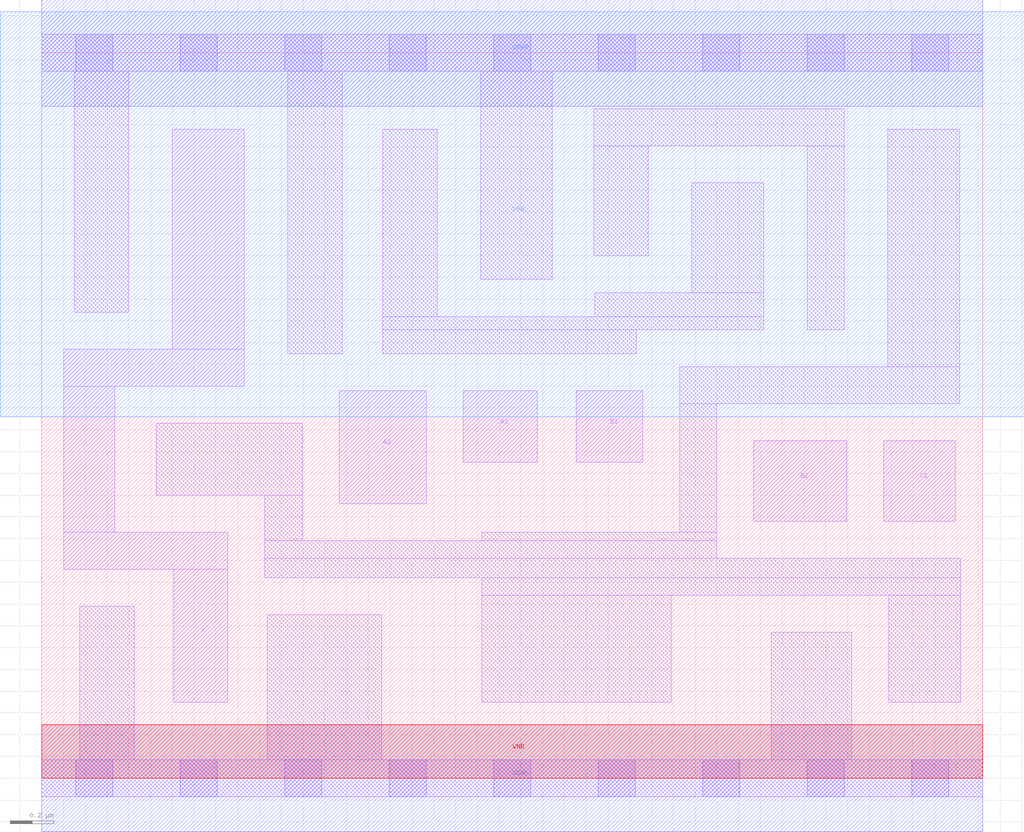
<source format=lef>
# Copyright 2020 The SkyWater PDK Authors
#
# Licensed under the Apache License, Version 2.0 (the "License");
# you may not use this file except in compliance with the License.
# You may obtain a copy of the License at
#
#     https://www.apache.org/licenses/LICENSE-2.0
#
# Unless required by applicable law or agreed to in writing, software
# distributed under the License is distributed on an "AS IS" BASIS,
# WITHOUT WARRANTIES OR CONDITIONS OF ANY KIND, either express or implied.
# See the License for the specific language governing permissions and
# limitations under the License.
#
# SPDX-License-Identifier: Apache-2.0

VERSION 5.7 ;
  NOWIREEXTENSIONATPIN ON ;
  DIVIDERCHAR "/" ;
  BUSBITCHARS "[]" ;
MACRO sky130_fd_sc_hs__a221o_2
  CLASS CORE ;
  FOREIGN sky130_fd_sc_hs__a221o_2 ;
  ORIGIN  0.000000  0.000000 ;
  SIZE  4.320000 BY  3.330000 ;
  SYMMETRY X Y ;
  SITE unit ;
  PIN A1
    ANTENNAGATEAREA  0.261000 ;
    DIRECTION INPUT ;
    USE SIGNAL ;
    PORT
      LAYER li1 ;
        RECT 1.935000 1.450000 2.275000 1.780000 ;
    END
  END A1
  PIN A2
    ANTENNAGATEAREA  0.261000 ;
    DIRECTION INPUT ;
    USE SIGNAL ;
    PORT
      LAYER li1 ;
        RECT 1.365000 1.260000 1.765000 1.780000 ;
    END
  END A2
  PIN B1
    ANTENNAGATEAREA  0.261000 ;
    DIRECTION INPUT ;
    USE SIGNAL ;
    PORT
      LAYER li1 ;
        RECT 2.455000 1.450000 2.760000 1.780000 ;
    END
  END B1
  PIN B2
    ANTENNAGATEAREA  0.261000 ;
    DIRECTION INPUT ;
    USE SIGNAL ;
    PORT
      LAYER li1 ;
        RECT 3.270000 1.180000 3.695000 1.550000 ;
    END
  END B2
  PIN C1
    ANTENNAGATEAREA  0.261000 ;
    DIRECTION INPUT ;
    USE SIGNAL ;
    PORT
      LAYER li1 ;
        RECT 3.865000 1.180000 4.195000 1.550000 ;
    END
  END C1
  PIN X
    ANTENNADIFFAREA  0.543200 ;
    DIRECTION OUTPUT ;
    USE SIGNAL ;
    PORT
      LAYER li1 ;
        RECT 0.100000 0.960000 0.855000 1.130000 ;
        RECT 0.100000 1.130000 0.335000 1.800000 ;
        RECT 0.100000 1.800000 0.930000 1.970000 ;
        RECT 0.600000 1.970000 0.930000 2.980000 ;
        RECT 0.605000 0.350000 0.855000 0.960000 ;
    END
  END X
  PIN VGND
    DIRECTION INOUT ;
    USE GROUND ;
    PORT
      LAYER met1 ;
        RECT 0.000000 -0.245000 4.320000 0.245000 ;
    END
  END VGND
  PIN VNB
    DIRECTION INOUT ;
    USE GROUND ;
    PORT
      LAYER pwell ;
        RECT 0.000000 0.000000 4.320000 0.245000 ;
    END
  END VNB
  PIN VPB
    DIRECTION INOUT ;
    USE POWER ;
    PORT
      LAYER nwell ;
        RECT -0.190000 1.660000 4.510000 3.520000 ;
    END
  END VPB
  PIN VPWR
    DIRECTION INOUT ;
    USE POWER ;
    PORT
      LAYER met1 ;
        RECT 0.000000 3.085000 4.320000 3.575000 ;
    END
  END VPWR
  OBS
    LAYER li1 ;
      RECT 0.000000 -0.085000 4.320000 0.085000 ;
      RECT 0.000000  3.245000 4.320000 3.415000 ;
      RECT 0.150000  2.140000 0.400000 3.245000 ;
      RECT 0.175000  0.085000 0.425000 0.790000 ;
      RECT 0.525000  1.300000 1.195000 1.630000 ;
      RECT 1.025000  0.920000 4.220000 1.010000 ;
      RECT 1.025000  1.010000 3.100000 1.090000 ;
      RECT 1.025000  1.090000 1.195000 1.300000 ;
      RECT 1.035000  0.085000 1.560000 0.750000 ;
      RECT 1.130000  1.950000 1.380000 3.245000 ;
      RECT 1.565000  1.950000 2.730000 2.060000 ;
      RECT 1.565000  2.060000 3.315000 2.120000 ;
      RECT 1.565000  2.120000 1.815000 2.980000 ;
      RECT 2.015000  2.290000 2.345000 3.245000 ;
      RECT 2.020000  0.350000 2.890000 0.840000 ;
      RECT 2.020000  0.840000 4.220000 0.920000 ;
      RECT 2.020000  1.090000 3.100000 1.130000 ;
      RECT 2.535000  2.400000 2.785000 2.905000 ;
      RECT 2.535000  2.905000 3.685000 3.075000 ;
      RECT 2.540000  2.120000 3.315000 2.230000 ;
      RECT 2.930000  1.130000 3.100000 1.720000 ;
      RECT 2.930000  1.720000 4.215000 1.890000 ;
      RECT 2.985000  2.230000 3.315000 2.735000 ;
      RECT 3.350000  0.085000 3.720000 0.670000 ;
      RECT 3.515000  2.060000 3.685000 2.905000 ;
      RECT 3.885000  1.890000 4.215000 2.980000 ;
      RECT 3.890000  0.350000 4.220000 0.840000 ;
    LAYER mcon ;
      RECT 0.155000 -0.085000 0.325000 0.085000 ;
      RECT 0.155000  3.245000 0.325000 3.415000 ;
      RECT 0.635000 -0.085000 0.805000 0.085000 ;
      RECT 0.635000  3.245000 0.805000 3.415000 ;
      RECT 1.115000 -0.085000 1.285000 0.085000 ;
      RECT 1.115000  3.245000 1.285000 3.415000 ;
      RECT 1.595000 -0.085000 1.765000 0.085000 ;
      RECT 1.595000  3.245000 1.765000 3.415000 ;
      RECT 2.075000 -0.085000 2.245000 0.085000 ;
      RECT 2.075000  3.245000 2.245000 3.415000 ;
      RECT 2.555000 -0.085000 2.725000 0.085000 ;
      RECT 2.555000  3.245000 2.725000 3.415000 ;
      RECT 3.035000 -0.085000 3.205000 0.085000 ;
      RECT 3.035000  3.245000 3.205000 3.415000 ;
      RECT 3.515000 -0.085000 3.685000 0.085000 ;
      RECT 3.515000  3.245000 3.685000 3.415000 ;
      RECT 3.995000 -0.085000 4.165000 0.085000 ;
      RECT 3.995000  3.245000 4.165000 3.415000 ;
  END
END sky130_fd_sc_hs__a221o_2
END LIBRARY

</source>
